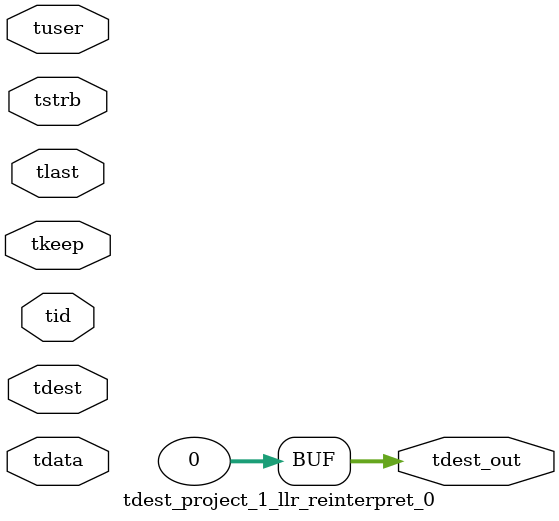
<source format=v>


`timescale 1ps/1ps

module tdest_project_1_llr_reinterpret_0 #
(
parameter C_S_AXIS_TDATA_WIDTH = 32,
parameter C_S_AXIS_TUSER_WIDTH = 0,
parameter C_S_AXIS_TID_WIDTH   = 0,
parameter C_S_AXIS_TDEST_WIDTH = 0,
parameter C_M_AXIS_TDEST_WIDTH = 32
)
(
input  [(C_S_AXIS_TDATA_WIDTH == 0 ? 1 : C_S_AXIS_TDATA_WIDTH)-1:0     ] tdata,
input  [(C_S_AXIS_TUSER_WIDTH == 0 ? 1 : C_S_AXIS_TUSER_WIDTH)-1:0     ] tuser,
input  [(C_S_AXIS_TID_WIDTH   == 0 ? 1 : C_S_AXIS_TID_WIDTH)-1:0       ] tid,
input  [(C_S_AXIS_TDEST_WIDTH == 0 ? 1 : C_S_AXIS_TDEST_WIDTH)-1:0     ] tdest,
input  [(C_S_AXIS_TDATA_WIDTH/8)-1:0 ] tkeep,
input  [(C_S_AXIS_TDATA_WIDTH/8)-1:0 ] tstrb,
input                                                                    tlast,
output [C_M_AXIS_TDEST_WIDTH-1:0] tdest_out
);

assign tdest_out = {1'b0};

endmodule


</source>
